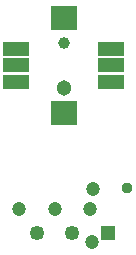
<source format=gbr>
%TF.GenerationSoftware,Altium Limited,Altium Designer,23.1.1 (15)*%
G04 Layer_Color=8388736*
%FSLAX45Y45*%
%MOMM*%
%TF.SameCoordinates,DA8359DC-2A2D-43C9-82BD-A03897F034EF*%
%TF.FilePolarity,Negative*%
%TF.FileFunction,Soldermask,Top*%
%TF.Part,Single*%
G01*
G75*
%TA.AperFunction,SMDPad,CuDef*%
%ADD20R,2.20320X1.20320*%
%ADD21R,2.20320X2.00320*%
%TA.AperFunction,ComponentPad*%
%ADD22R,1.20240X1.20240*%
%ADD23C,0.95240*%
%ADD24C,1.20240*%
%ADD25C,1.25240*%
%ADD26C,1.00320*%
%ADD27C,1.30320*%
%TA.AperFunction,ViaPad*%
%ADD28C,1.20320*%
D20*
X362001Y1676400D02*
D03*
Y1818899D02*
D03*
Y1533901D02*
D03*
X1161999D02*
D03*
Y1676400D02*
D03*
Y1816359D02*
D03*
D21*
X762000Y2081398D02*
D03*
Y1271402D02*
D03*
D22*
X1135802Y257200D02*
D03*
D23*
X1300800Y637200D02*
D03*
D24*
X985799Y457200D02*
D03*
X685800D02*
D03*
X385801D02*
D03*
D25*
X835802Y257200D02*
D03*
X535798D02*
D03*
D26*
X762000Y1866402D02*
D03*
D27*
Y1486398D02*
D03*
D28*
X1005840Y182880D02*
D03*
X1008380Y629488D02*
D03*
%TF.MD5,64c9f0d6d904287efff10533f85c79cc*%
M02*

</source>
